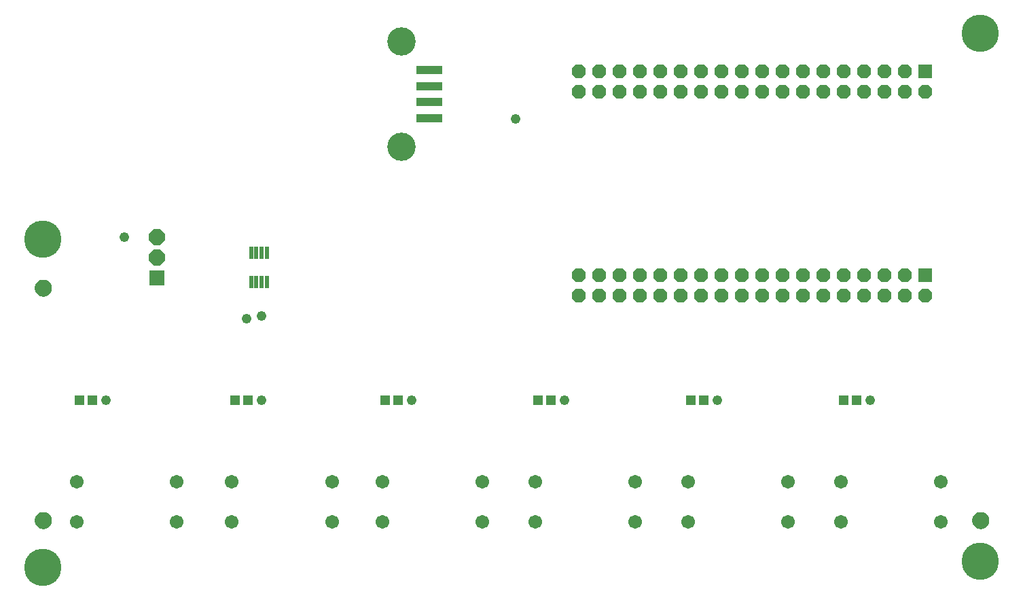
<source format=gbr>
G04 EAGLE Gerber RS-274X export*
G75*
%MOMM*%
%FSLAX34Y34*%
%LPD*%
%INSoldermask Top*%
%IPPOS*%
%AMOC8*
5,1,8,0,0,1.08239X$1,22.5*%
G01*
%ADD10P,2.144431X8X202.500000*%
%ADD11R,1.981200X1.981200*%
%ADD12R,1.153159X1.234441*%
%ADD13C,1.703200*%
%ADD14R,1.727200X1.727200*%
%ADD15P,1.869504X8X202.500000*%
%ADD16R,0.558800X1.524000*%
%ADD17C,3.530600*%
%ADD18R,3.203200X1.103200*%
%ADD19C,0.609600*%
%ADD20C,1.219200*%
%ADD21C,4.648200*%


D10*
X190500Y431800D03*
D11*
X190500Y406400D03*
D10*
X190500Y457200D03*
D12*
X93599Y254000D03*
X109601Y254000D03*
X287274Y254000D03*
X303276Y254000D03*
X1046099Y254000D03*
X1062101Y254000D03*
X855599Y254000D03*
X871601Y254000D03*
X665099Y254000D03*
X681101Y254000D03*
X474599Y254000D03*
X490601Y254000D03*
D13*
X89900Y152000D03*
X89900Y102000D03*
X214900Y152000D03*
X214900Y102000D03*
X283575Y152000D03*
X283575Y102000D03*
X408575Y152000D03*
X408575Y102000D03*
X1042400Y152000D03*
X1042400Y102000D03*
X1167400Y152000D03*
X1167400Y102000D03*
X851900Y152000D03*
X851900Y102000D03*
X976900Y152000D03*
X976900Y102000D03*
D14*
X1147400Y663200D03*
D15*
X1147400Y637800D03*
X1122000Y663200D03*
X1122000Y637800D03*
X1096600Y663200D03*
X1096600Y637800D03*
X1071200Y663200D03*
X1071200Y637800D03*
X1045800Y663200D03*
X1045800Y637800D03*
X1020400Y663200D03*
X1020400Y637800D03*
X995000Y663200D03*
X995000Y637800D03*
X969600Y663200D03*
X969600Y637800D03*
X944200Y663200D03*
X944200Y637800D03*
X918800Y663200D03*
X918800Y637800D03*
X893400Y663200D03*
X893400Y637800D03*
X868000Y663200D03*
X868000Y637800D03*
X842600Y663200D03*
X842600Y637800D03*
X817200Y663200D03*
X817200Y637800D03*
X791800Y663200D03*
X791800Y637800D03*
X766400Y663200D03*
X766400Y637800D03*
X741000Y663200D03*
X741000Y637800D03*
X715600Y663200D03*
X715600Y637800D03*
D14*
X1147400Y409200D03*
D15*
X1147400Y383800D03*
X1122000Y409200D03*
X1122000Y383800D03*
X1096600Y409200D03*
X1096600Y383800D03*
X1071200Y409200D03*
X1071200Y383800D03*
X1045800Y409200D03*
X1045800Y383800D03*
X1020400Y409200D03*
X1020400Y383800D03*
X995000Y409200D03*
X995000Y383800D03*
X969600Y409200D03*
X969600Y383800D03*
X944200Y409200D03*
X944200Y383800D03*
X918800Y409200D03*
X918800Y383800D03*
X893400Y409200D03*
X893400Y383800D03*
X868000Y409200D03*
X868000Y383800D03*
X842600Y409200D03*
X842600Y383800D03*
X817200Y409200D03*
X817200Y383800D03*
X791800Y409200D03*
X791800Y383800D03*
X766400Y409200D03*
X766400Y383800D03*
X741000Y409200D03*
X741000Y383800D03*
X715600Y409200D03*
X715600Y383800D03*
D13*
X661400Y152000D03*
X661400Y102000D03*
X786400Y152000D03*
X786400Y102000D03*
X470900Y152000D03*
X470900Y102000D03*
X595900Y152000D03*
X595900Y102000D03*
D16*
X307848Y400812D03*
X314198Y400812D03*
X320802Y400812D03*
X327152Y400812D03*
X327152Y437388D03*
X320802Y437388D03*
X314198Y437388D03*
X307848Y437388D03*
D17*
X495300Y569341D03*
X495300Y700659D03*
D18*
X529800Y645000D03*
X529800Y665000D03*
X529800Y625000D03*
X529800Y605000D03*
D19*
X40640Y393700D02*
X40642Y393887D01*
X40649Y394074D01*
X40661Y394261D01*
X40677Y394447D01*
X40697Y394633D01*
X40722Y394818D01*
X40752Y395003D01*
X40786Y395187D01*
X40825Y395370D01*
X40868Y395552D01*
X40916Y395732D01*
X40968Y395912D01*
X41025Y396090D01*
X41085Y396267D01*
X41151Y396442D01*
X41220Y396616D01*
X41294Y396788D01*
X41372Y396958D01*
X41454Y397126D01*
X41540Y397292D01*
X41630Y397456D01*
X41724Y397617D01*
X41822Y397777D01*
X41924Y397933D01*
X42030Y398088D01*
X42140Y398239D01*
X42253Y398388D01*
X42370Y398534D01*
X42490Y398677D01*
X42614Y398817D01*
X42741Y398954D01*
X42872Y399088D01*
X43006Y399219D01*
X43143Y399346D01*
X43283Y399470D01*
X43426Y399590D01*
X43572Y399707D01*
X43721Y399820D01*
X43872Y399930D01*
X44027Y400036D01*
X44183Y400138D01*
X44343Y400236D01*
X44504Y400330D01*
X44668Y400420D01*
X44834Y400506D01*
X45002Y400588D01*
X45172Y400666D01*
X45344Y400740D01*
X45518Y400809D01*
X45693Y400875D01*
X45870Y400935D01*
X46048Y400992D01*
X46228Y401044D01*
X46408Y401092D01*
X46590Y401135D01*
X46773Y401174D01*
X46957Y401208D01*
X47142Y401238D01*
X47327Y401263D01*
X47513Y401283D01*
X47699Y401299D01*
X47886Y401311D01*
X48073Y401318D01*
X48260Y401320D01*
X48447Y401318D01*
X48634Y401311D01*
X48821Y401299D01*
X49007Y401283D01*
X49193Y401263D01*
X49378Y401238D01*
X49563Y401208D01*
X49747Y401174D01*
X49930Y401135D01*
X50112Y401092D01*
X50292Y401044D01*
X50472Y400992D01*
X50650Y400935D01*
X50827Y400875D01*
X51002Y400809D01*
X51176Y400740D01*
X51348Y400666D01*
X51518Y400588D01*
X51686Y400506D01*
X51852Y400420D01*
X52016Y400330D01*
X52177Y400236D01*
X52337Y400138D01*
X52493Y400036D01*
X52648Y399930D01*
X52799Y399820D01*
X52948Y399707D01*
X53094Y399590D01*
X53237Y399470D01*
X53377Y399346D01*
X53514Y399219D01*
X53648Y399088D01*
X53779Y398954D01*
X53906Y398817D01*
X54030Y398677D01*
X54150Y398534D01*
X54267Y398388D01*
X54380Y398239D01*
X54490Y398088D01*
X54596Y397933D01*
X54698Y397777D01*
X54796Y397617D01*
X54890Y397456D01*
X54980Y397292D01*
X55066Y397126D01*
X55148Y396958D01*
X55226Y396788D01*
X55300Y396616D01*
X55369Y396442D01*
X55435Y396267D01*
X55495Y396090D01*
X55552Y395912D01*
X55604Y395732D01*
X55652Y395552D01*
X55695Y395370D01*
X55734Y395187D01*
X55768Y395003D01*
X55798Y394818D01*
X55823Y394633D01*
X55843Y394447D01*
X55859Y394261D01*
X55871Y394074D01*
X55878Y393887D01*
X55880Y393700D01*
X55878Y393513D01*
X55871Y393326D01*
X55859Y393139D01*
X55843Y392953D01*
X55823Y392767D01*
X55798Y392582D01*
X55768Y392397D01*
X55734Y392213D01*
X55695Y392030D01*
X55652Y391848D01*
X55604Y391668D01*
X55552Y391488D01*
X55495Y391310D01*
X55435Y391133D01*
X55369Y390958D01*
X55300Y390784D01*
X55226Y390612D01*
X55148Y390442D01*
X55066Y390274D01*
X54980Y390108D01*
X54890Y389944D01*
X54796Y389783D01*
X54698Y389623D01*
X54596Y389467D01*
X54490Y389312D01*
X54380Y389161D01*
X54267Y389012D01*
X54150Y388866D01*
X54030Y388723D01*
X53906Y388583D01*
X53779Y388446D01*
X53648Y388312D01*
X53514Y388181D01*
X53377Y388054D01*
X53237Y387930D01*
X53094Y387810D01*
X52948Y387693D01*
X52799Y387580D01*
X52648Y387470D01*
X52493Y387364D01*
X52337Y387262D01*
X52177Y387164D01*
X52016Y387070D01*
X51852Y386980D01*
X51686Y386894D01*
X51518Y386812D01*
X51348Y386734D01*
X51176Y386660D01*
X51002Y386591D01*
X50827Y386525D01*
X50650Y386465D01*
X50472Y386408D01*
X50292Y386356D01*
X50112Y386308D01*
X49930Y386265D01*
X49747Y386226D01*
X49563Y386192D01*
X49378Y386162D01*
X49193Y386137D01*
X49007Y386117D01*
X48821Y386101D01*
X48634Y386089D01*
X48447Y386082D01*
X48260Y386080D01*
X48073Y386082D01*
X47886Y386089D01*
X47699Y386101D01*
X47513Y386117D01*
X47327Y386137D01*
X47142Y386162D01*
X46957Y386192D01*
X46773Y386226D01*
X46590Y386265D01*
X46408Y386308D01*
X46228Y386356D01*
X46048Y386408D01*
X45870Y386465D01*
X45693Y386525D01*
X45518Y386591D01*
X45344Y386660D01*
X45172Y386734D01*
X45002Y386812D01*
X44834Y386894D01*
X44668Y386980D01*
X44504Y387070D01*
X44343Y387164D01*
X44183Y387262D01*
X44027Y387364D01*
X43872Y387470D01*
X43721Y387580D01*
X43572Y387693D01*
X43426Y387810D01*
X43283Y387930D01*
X43143Y388054D01*
X43006Y388181D01*
X42872Y388312D01*
X42741Y388446D01*
X42614Y388583D01*
X42490Y388723D01*
X42370Y388866D01*
X42253Y389012D01*
X42140Y389161D01*
X42030Y389312D01*
X41924Y389467D01*
X41822Y389623D01*
X41724Y389783D01*
X41630Y389944D01*
X41540Y390108D01*
X41454Y390274D01*
X41372Y390442D01*
X41294Y390612D01*
X41220Y390784D01*
X41151Y390958D01*
X41085Y391133D01*
X41025Y391310D01*
X40968Y391488D01*
X40916Y391668D01*
X40868Y391848D01*
X40825Y392030D01*
X40786Y392213D01*
X40752Y392397D01*
X40722Y392582D01*
X40697Y392767D01*
X40677Y392953D01*
X40661Y393139D01*
X40649Y393326D01*
X40642Y393513D01*
X40640Y393700D01*
D20*
X48260Y393700D03*
D19*
X40640Y104140D02*
X40642Y104327D01*
X40649Y104514D01*
X40661Y104701D01*
X40677Y104887D01*
X40697Y105073D01*
X40722Y105258D01*
X40752Y105443D01*
X40786Y105627D01*
X40825Y105810D01*
X40868Y105992D01*
X40916Y106172D01*
X40968Y106352D01*
X41025Y106530D01*
X41085Y106707D01*
X41151Y106882D01*
X41220Y107056D01*
X41294Y107228D01*
X41372Y107398D01*
X41454Y107566D01*
X41540Y107732D01*
X41630Y107896D01*
X41724Y108057D01*
X41822Y108217D01*
X41924Y108373D01*
X42030Y108528D01*
X42140Y108679D01*
X42253Y108828D01*
X42370Y108974D01*
X42490Y109117D01*
X42614Y109257D01*
X42741Y109394D01*
X42872Y109528D01*
X43006Y109659D01*
X43143Y109786D01*
X43283Y109910D01*
X43426Y110030D01*
X43572Y110147D01*
X43721Y110260D01*
X43872Y110370D01*
X44027Y110476D01*
X44183Y110578D01*
X44343Y110676D01*
X44504Y110770D01*
X44668Y110860D01*
X44834Y110946D01*
X45002Y111028D01*
X45172Y111106D01*
X45344Y111180D01*
X45518Y111249D01*
X45693Y111315D01*
X45870Y111375D01*
X46048Y111432D01*
X46228Y111484D01*
X46408Y111532D01*
X46590Y111575D01*
X46773Y111614D01*
X46957Y111648D01*
X47142Y111678D01*
X47327Y111703D01*
X47513Y111723D01*
X47699Y111739D01*
X47886Y111751D01*
X48073Y111758D01*
X48260Y111760D01*
X48447Y111758D01*
X48634Y111751D01*
X48821Y111739D01*
X49007Y111723D01*
X49193Y111703D01*
X49378Y111678D01*
X49563Y111648D01*
X49747Y111614D01*
X49930Y111575D01*
X50112Y111532D01*
X50292Y111484D01*
X50472Y111432D01*
X50650Y111375D01*
X50827Y111315D01*
X51002Y111249D01*
X51176Y111180D01*
X51348Y111106D01*
X51518Y111028D01*
X51686Y110946D01*
X51852Y110860D01*
X52016Y110770D01*
X52177Y110676D01*
X52337Y110578D01*
X52493Y110476D01*
X52648Y110370D01*
X52799Y110260D01*
X52948Y110147D01*
X53094Y110030D01*
X53237Y109910D01*
X53377Y109786D01*
X53514Y109659D01*
X53648Y109528D01*
X53779Y109394D01*
X53906Y109257D01*
X54030Y109117D01*
X54150Y108974D01*
X54267Y108828D01*
X54380Y108679D01*
X54490Y108528D01*
X54596Y108373D01*
X54698Y108217D01*
X54796Y108057D01*
X54890Y107896D01*
X54980Y107732D01*
X55066Y107566D01*
X55148Y107398D01*
X55226Y107228D01*
X55300Y107056D01*
X55369Y106882D01*
X55435Y106707D01*
X55495Y106530D01*
X55552Y106352D01*
X55604Y106172D01*
X55652Y105992D01*
X55695Y105810D01*
X55734Y105627D01*
X55768Y105443D01*
X55798Y105258D01*
X55823Y105073D01*
X55843Y104887D01*
X55859Y104701D01*
X55871Y104514D01*
X55878Y104327D01*
X55880Y104140D01*
X55878Y103953D01*
X55871Y103766D01*
X55859Y103579D01*
X55843Y103393D01*
X55823Y103207D01*
X55798Y103022D01*
X55768Y102837D01*
X55734Y102653D01*
X55695Y102470D01*
X55652Y102288D01*
X55604Y102108D01*
X55552Y101928D01*
X55495Y101750D01*
X55435Y101573D01*
X55369Y101398D01*
X55300Y101224D01*
X55226Y101052D01*
X55148Y100882D01*
X55066Y100714D01*
X54980Y100548D01*
X54890Y100384D01*
X54796Y100223D01*
X54698Y100063D01*
X54596Y99907D01*
X54490Y99752D01*
X54380Y99601D01*
X54267Y99452D01*
X54150Y99306D01*
X54030Y99163D01*
X53906Y99023D01*
X53779Y98886D01*
X53648Y98752D01*
X53514Y98621D01*
X53377Y98494D01*
X53237Y98370D01*
X53094Y98250D01*
X52948Y98133D01*
X52799Y98020D01*
X52648Y97910D01*
X52493Y97804D01*
X52337Y97702D01*
X52177Y97604D01*
X52016Y97510D01*
X51852Y97420D01*
X51686Y97334D01*
X51518Y97252D01*
X51348Y97174D01*
X51176Y97100D01*
X51002Y97031D01*
X50827Y96965D01*
X50650Y96905D01*
X50472Y96848D01*
X50292Y96796D01*
X50112Y96748D01*
X49930Y96705D01*
X49747Y96666D01*
X49563Y96632D01*
X49378Y96602D01*
X49193Y96577D01*
X49007Y96557D01*
X48821Y96541D01*
X48634Y96529D01*
X48447Y96522D01*
X48260Y96520D01*
X48073Y96522D01*
X47886Y96529D01*
X47699Y96541D01*
X47513Y96557D01*
X47327Y96577D01*
X47142Y96602D01*
X46957Y96632D01*
X46773Y96666D01*
X46590Y96705D01*
X46408Y96748D01*
X46228Y96796D01*
X46048Y96848D01*
X45870Y96905D01*
X45693Y96965D01*
X45518Y97031D01*
X45344Y97100D01*
X45172Y97174D01*
X45002Y97252D01*
X44834Y97334D01*
X44668Y97420D01*
X44504Y97510D01*
X44343Y97604D01*
X44183Y97702D01*
X44027Y97804D01*
X43872Y97910D01*
X43721Y98020D01*
X43572Y98133D01*
X43426Y98250D01*
X43283Y98370D01*
X43143Y98494D01*
X43006Y98621D01*
X42872Y98752D01*
X42741Y98886D01*
X42614Y99023D01*
X42490Y99163D01*
X42370Y99306D01*
X42253Y99452D01*
X42140Y99601D01*
X42030Y99752D01*
X41924Y99907D01*
X41822Y100063D01*
X41724Y100223D01*
X41630Y100384D01*
X41540Y100548D01*
X41454Y100714D01*
X41372Y100882D01*
X41294Y101052D01*
X41220Y101224D01*
X41151Y101398D01*
X41085Y101573D01*
X41025Y101750D01*
X40968Y101928D01*
X40916Y102108D01*
X40868Y102288D01*
X40825Y102470D01*
X40786Y102653D01*
X40752Y102837D01*
X40722Y103022D01*
X40697Y103207D01*
X40677Y103393D01*
X40661Y103579D01*
X40649Y103766D01*
X40642Y103953D01*
X40640Y104140D01*
D20*
X48260Y104140D03*
D19*
X1209040Y104140D02*
X1209042Y104327D01*
X1209049Y104514D01*
X1209061Y104701D01*
X1209077Y104887D01*
X1209097Y105073D01*
X1209122Y105258D01*
X1209152Y105443D01*
X1209186Y105627D01*
X1209225Y105810D01*
X1209268Y105992D01*
X1209316Y106172D01*
X1209368Y106352D01*
X1209425Y106530D01*
X1209485Y106707D01*
X1209551Y106882D01*
X1209620Y107056D01*
X1209694Y107228D01*
X1209772Y107398D01*
X1209854Y107566D01*
X1209940Y107732D01*
X1210030Y107896D01*
X1210124Y108057D01*
X1210222Y108217D01*
X1210324Y108373D01*
X1210430Y108528D01*
X1210540Y108679D01*
X1210653Y108828D01*
X1210770Y108974D01*
X1210890Y109117D01*
X1211014Y109257D01*
X1211141Y109394D01*
X1211272Y109528D01*
X1211406Y109659D01*
X1211543Y109786D01*
X1211683Y109910D01*
X1211826Y110030D01*
X1211972Y110147D01*
X1212121Y110260D01*
X1212272Y110370D01*
X1212427Y110476D01*
X1212583Y110578D01*
X1212743Y110676D01*
X1212904Y110770D01*
X1213068Y110860D01*
X1213234Y110946D01*
X1213402Y111028D01*
X1213572Y111106D01*
X1213744Y111180D01*
X1213918Y111249D01*
X1214093Y111315D01*
X1214270Y111375D01*
X1214448Y111432D01*
X1214628Y111484D01*
X1214808Y111532D01*
X1214990Y111575D01*
X1215173Y111614D01*
X1215357Y111648D01*
X1215542Y111678D01*
X1215727Y111703D01*
X1215913Y111723D01*
X1216099Y111739D01*
X1216286Y111751D01*
X1216473Y111758D01*
X1216660Y111760D01*
X1216847Y111758D01*
X1217034Y111751D01*
X1217221Y111739D01*
X1217407Y111723D01*
X1217593Y111703D01*
X1217778Y111678D01*
X1217963Y111648D01*
X1218147Y111614D01*
X1218330Y111575D01*
X1218512Y111532D01*
X1218692Y111484D01*
X1218872Y111432D01*
X1219050Y111375D01*
X1219227Y111315D01*
X1219402Y111249D01*
X1219576Y111180D01*
X1219748Y111106D01*
X1219918Y111028D01*
X1220086Y110946D01*
X1220252Y110860D01*
X1220416Y110770D01*
X1220577Y110676D01*
X1220737Y110578D01*
X1220893Y110476D01*
X1221048Y110370D01*
X1221199Y110260D01*
X1221348Y110147D01*
X1221494Y110030D01*
X1221637Y109910D01*
X1221777Y109786D01*
X1221914Y109659D01*
X1222048Y109528D01*
X1222179Y109394D01*
X1222306Y109257D01*
X1222430Y109117D01*
X1222550Y108974D01*
X1222667Y108828D01*
X1222780Y108679D01*
X1222890Y108528D01*
X1222996Y108373D01*
X1223098Y108217D01*
X1223196Y108057D01*
X1223290Y107896D01*
X1223380Y107732D01*
X1223466Y107566D01*
X1223548Y107398D01*
X1223626Y107228D01*
X1223700Y107056D01*
X1223769Y106882D01*
X1223835Y106707D01*
X1223895Y106530D01*
X1223952Y106352D01*
X1224004Y106172D01*
X1224052Y105992D01*
X1224095Y105810D01*
X1224134Y105627D01*
X1224168Y105443D01*
X1224198Y105258D01*
X1224223Y105073D01*
X1224243Y104887D01*
X1224259Y104701D01*
X1224271Y104514D01*
X1224278Y104327D01*
X1224280Y104140D01*
X1224278Y103953D01*
X1224271Y103766D01*
X1224259Y103579D01*
X1224243Y103393D01*
X1224223Y103207D01*
X1224198Y103022D01*
X1224168Y102837D01*
X1224134Y102653D01*
X1224095Y102470D01*
X1224052Y102288D01*
X1224004Y102108D01*
X1223952Y101928D01*
X1223895Y101750D01*
X1223835Y101573D01*
X1223769Y101398D01*
X1223700Y101224D01*
X1223626Y101052D01*
X1223548Y100882D01*
X1223466Y100714D01*
X1223380Y100548D01*
X1223290Y100384D01*
X1223196Y100223D01*
X1223098Y100063D01*
X1222996Y99907D01*
X1222890Y99752D01*
X1222780Y99601D01*
X1222667Y99452D01*
X1222550Y99306D01*
X1222430Y99163D01*
X1222306Y99023D01*
X1222179Y98886D01*
X1222048Y98752D01*
X1221914Y98621D01*
X1221777Y98494D01*
X1221637Y98370D01*
X1221494Y98250D01*
X1221348Y98133D01*
X1221199Y98020D01*
X1221048Y97910D01*
X1220893Y97804D01*
X1220737Y97702D01*
X1220577Y97604D01*
X1220416Y97510D01*
X1220252Y97420D01*
X1220086Y97334D01*
X1219918Y97252D01*
X1219748Y97174D01*
X1219576Y97100D01*
X1219402Y97031D01*
X1219227Y96965D01*
X1219050Y96905D01*
X1218872Y96848D01*
X1218692Y96796D01*
X1218512Y96748D01*
X1218330Y96705D01*
X1218147Y96666D01*
X1217963Y96632D01*
X1217778Y96602D01*
X1217593Y96577D01*
X1217407Y96557D01*
X1217221Y96541D01*
X1217034Y96529D01*
X1216847Y96522D01*
X1216660Y96520D01*
X1216473Y96522D01*
X1216286Y96529D01*
X1216099Y96541D01*
X1215913Y96557D01*
X1215727Y96577D01*
X1215542Y96602D01*
X1215357Y96632D01*
X1215173Y96666D01*
X1214990Y96705D01*
X1214808Y96748D01*
X1214628Y96796D01*
X1214448Y96848D01*
X1214270Y96905D01*
X1214093Y96965D01*
X1213918Y97031D01*
X1213744Y97100D01*
X1213572Y97174D01*
X1213402Y97252D01*
X1213234Y97334D01*
X1213068Y97420D01*
X1212904Y97510D01*
X1212743Y97604D01*
X1212583Y97702D01*
X1212427Y97804D01*
X1212272Y97910D01*
X1212121Y98020D01*
X1211972Y98133D01*
X1211826Y98250D01*
X1211683Y98370D01*
X1211543Y98494D01*
X1211406Y98621D01*
X1211272Y98752D01*
X1211141Y98886D01*
X1211014Y99023D01*
X1210890Y99163D01*
X1210770Y99306D01*
X1210653Y99452D01*
X1210540Y99601D01*
X1210430Y99752D01*
X1210324Y99907D01*
X1210222Y100063D01*
X1210124Y100223D01*
X1210030Y100384D01*
X1209940Y100548D01*
X1209854Y100714D01*
X1209772Y100882D01*
X1209694Y101052D01*
X1209620Y101224D01*
X1209551Y101398D01*
X1209485Y101573D01*
X1209425Y101750D01*
X1209368Y101928D01*
X1209316Y102108D01*
X1209268Y102288D01*
X1209225Y102470D01*
X1209186Y102653D01*
X1209152Y102837D01*
X1209122Y103022D01*
X1209097Y103207D01*
X1209077Y103393D01*
X1209061Y103579D01*
X1209049Y103766D01*
X1209042Y103953D01*
X1209040Y104140D01*
D20*
X1216660Y104140D03*
D21*
X48260Y45720D03*
X48260Y454660D03*
X1216660Y711200D03*
X1216660Y53340D03*
D20*
X149860Y457200D03*
X301625Y355600D03*
X637540Y604520D03*
X127000Y254000D03*
X320675Y254000D03*
X1079500Y254000D03*
X889000Y254000D03*
X698500Y254000D03*
X508000Y254000D03*
X320675Y358775D03*
M02*

</source>
